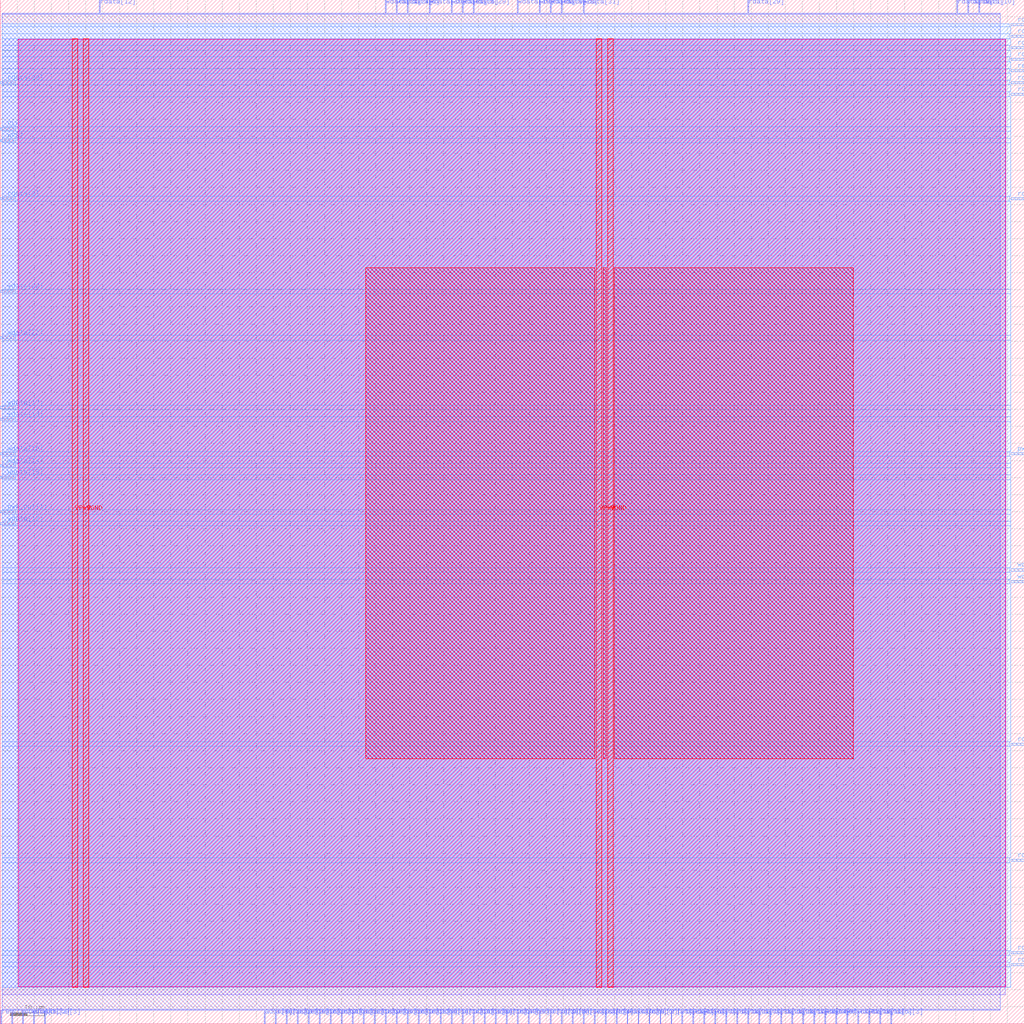
<source format=lef>
VERSION 5.7 ;
  NOWIREEXTENSIONATPIN ON ;
  DIVIDERCHAR "/" ;
  BUSBITCHARS "[]" ;
MACRO pwm_wrapper
  CLASS BLOCK ;
  FOREIGN pwm_wrapper ;
  ORIGIN 0.000 0.000 ;
  SIZE 300.000 BY 300.000 ;
  PIN CLK
    DIRECTION INPUT ;
    USE SIGNAL ;
    ANTENNAGATEAREA 1.286700 ;
    ANTENNADIFFAREA 0.434700 ;
    PORT
      LAYER met3 ;
        RECT 0.000 261.840 4.000 262.440 ;
    END
  END CLK
  PIN VGND
    DIRECTION INOUT ;
    USE GROUND ;
    PORT
      LAYER met4 ;
        RECT 24.340 10.640 25.940 288.560 ;
    END
    PORT
      LAYER met4 ;
        RECT 177.940 10.640 179.540 288.560 ;
    END
  END VGND
  PIN VPWR
    DIRECTION INOUT ;
    USE POWER ;
    PORT
      LAYER met4 ;
        RECT 21.040 10.640 22.640 288.560 ;
    END
    PORT
      LAYER met4 ;
        RECT 174.640 10.640 176.240 288.560 ;
    END
  END VPWR
  PIN addr[0]
    DIRECTION INPUT ;
    USE SIGNAL ;
    ANTENNAGATEAREA 0.631200 ;
    ANTENNADIFFAREA 0.434700 ;
    PORT
      LAYER met2 ;
        RECT 77.370 0.000 77.650 4.000 ;
    END
  END addr[0]
  PIN addr[10]
    DIRECTION INPUT ;
    USE SIGNAL ;
    ANTENNAGATEAREA 0.631200 ;
    ANTENNADIFFAREA 0.434700 ;
    PORT
      LAYER met2 ;
        RECT 119.230 0.000 119.510 4.000 ;
    END
  END addr[10]
  PIN addr[11]
    DIRECTION INPUT ;
    USE SIGNAL ;
    ANTENNAGATEAREA 0.631200 ;
    ANTENNADIFFAREA 0.434700 ;
    PORT
      LAYER met2 ;
        RECT 135.330 0.000 135.610 4.000 ;
    END
  END addr[11]
  PIN addr[12]
    DIRECTION INPUT ;
    USE SIGNAL ;
    ANTENNAGATEAREA 0.631200 ;
    ANTENNADIFFAREA 0.434700 ;
    PORT
      LAYER met2 ;
        RECT 138.550 0.000 138.830 4.000 ;
    END
  END addr[12]
  PIN addr[13]
    DIRECTION INPUT ;
    USE SIGNAL ;
    ANTENNAGATEAREA 0.631200 ;
    ANTENNADIFFAREA 0.434700 ;
    PORT
      LAYER met2 ;
        RECT 122.450 0.000 122.730 4.000 ;
    END
  END addr[13]
  PIN addr[14]
    DIRECTION INPUT ;
    USE SIGNAL ;
    ANTENNAGATEAREA 0.631200 ;
    ANTENNADIFFAREA 0.434700 ;
    PORT
      LAYER met2 ;
        RECT 132.110 0.000 132.390 4.000 ;
    END
  END addr[14]
  PIN addr[15]
    DIRECTION INPUT ;
    USE SIGNAL ;
    ANTENNAGATEAREA 0.631200 ;
    ANTENNADIFFAREA 0.434700 ;
    PORT
      LAYER met2 ;
        RECT 144.990 0.000 145.270 4.000 ;
    END
  END addr[15]
  PIN addr[16]
    DIRECTION INPUT ;
    USE SIGNAL ;
    ANTENNAGATEAREA 0.631200 ;
    ANTENNADIFFAREA 0.434700 ;
    PORT
      LAYER met2 ;
        RECT 90.250 0.000 90.530 4.000 ;
    END
  END addr[16]
  PIN addr[17]
    DIRECTION INPUT ;
    USE SIGNAL ;
    ANTENNAGATEAREA 0.631200 ;
    ANTENNADIFFAREA 0.434700 ;
    PORT
      LAYER met2 ;
        RECT 167.530 0.000 167.810 4.000 ;
    END
  END addr[17]
  PIN addr[18]
    DIRECTION INPUT ;
    USE SIGNAL ;
    ANTENNAGATEAREA 0.631200 ;
    ANTENNADIFFAREA 0.434700 ;
    PORT
      LAYER met2 ;
        RECT 106.350 0.000 106.630 4.000 ;
    END
  END addr[18]
  PIN addr[19]
    DIRECTION INPUT ;
    USE SIGNAL ;
    ANTENNAGATEAREA 0.631200 ;
    ANTENNADIFFAREA 0.434700 ;
    PORT
      LAYER met2 ;
        RECT 87.030 0.000 87.310 4.000 ;
    END
  END addr[19]
  PIN addr[1]
    DIRECTION INPUT ;
    USE SIGNAL ;
    ANTENNAGATEAREA 0.631200 ;
    ANTENNADIFFAREA 0.434700 ;
    PORT
      LAYER met2 ;
        RECT 128.890 0.000 129.170 4.000 ;
    END
  END addr[1]
  PIN addr[20]
    DIRECTION INPUT ;
    USE SIGNAL ;
    ANTENNAGATEAREA 0.631200 ;
    ANTENNADIFFAREA 0.434700 ;
    PORT
      LAYER met2 ;
        RECT 83.810 0.000 84.090 4.000 ;
    END
  END addr[20]
  PIN addr[21]
    DIRECTION INPUT ;
    USE SIGNAL ;
    ANTENNAGATEAREA 0.631200 ;
    ANTENNADIFFAREA 0.434700 ;
    PORT
      LAYER met2 ;
        RECT 193.290 0.000 193.570 4.000 ;
    END
  END addr[21]
  PIN addr[22]
    DIRECTION INPUT ;
    USE SIGNAL ;
    ANTENNAGATEAREA 0.631200 ;
    ANTENNADIFFAREA 0.434700 ;
    PORT
      LAYER met2 ;
        RECT 103.130 0.000 103.410 4.000 ;
    END
  END addr[22]
  PIN addr[23]
    DIRECTION INPUT ;
    USE SIGNAL ;
    ANTENNAGATEAREA 0.631200 ;
    ANTENNADIFFAREA 0.434700 ;
    PORT
      LAYER met2 ;
        RECT 80.590 0.000 80.870 4.000 ;
    END
  END addr[23]
  PIN addr[24]
    DIRECTION INPUT ;
    USE SIGNAL ;
    ANTENNAGATEAREA 0.631200 ;
    ANTENNADIFFAREA 0.434700 ;
    PORT
      LAYER met2 ;
        RECT 148.210 0.000 148.490 4.000 ;
    END
  END addr[24]
  PIN addr[25]
    DIRECTION INPUT ;
    USE SIGNAL ;
    ANTENNAGATEAREA 0.631200 ;
    ANTENNADIFFAREA 0.434700 ;
    PORT
      LAYER met2 ;
        RECT 93.470 0.000 93.750 4.000 ;
    END
  END addr[25]
  PIN addr[26]
    DIRECTION INPUT ;
    USE SIGNAL ;
    ANTENNAGATEAREA 0.631200 ;
    ANTENNADIFFAREA 0.434700 ;
    PORT
      LAYER met2 ;
        RECT 116.010 0.000 116.290 4.000 ;
    END
  END addr[26]
  PIN addr[27]
    DIRECTION INPUT ;
    USE SIGNAL ;
    ANTENNAGATEAREA 0.631200 ;
    ANTENNADIFFAREA 0.434700 ;
    PORT
      LAYER met2 ;
        RECT 112.790 0.000 113.070 4.000 ;
    END
  END addr[27]
  PIN addr[28]
    DIRECTION INPUT ;
    USE SIGNAL ;
    ANTENNAGATEAREA 0.631200 ;
    ANTENNADIFFAREA 0.434700 ;
    PORT
      LAYER met2 ;
        RECT 99.910 0.000 100.190 4.000 ;
    END
  END addr[28]
  PIN addr[29]
    DIRECTION INPUT ;
    USE SIGNAL ;
    ANTENNAGATEAREA 0.631200 ;
    ANTENNADIFFAREA 0.434700 ;
    PORT
      LAYER met2 ;
        RECT 151.430 0.000 151.710 4.000 ;
    END
  END addr[29]
  PIN addr[2]
    DIRECTION INPUT ;
    USE SIGNAL ;
    ANTENNAGATEAREA 0.631200 ;
    ANTENNADIFFAREA 0.434700 ;
    PORT
      LAYER met2 ;
        RECT 190.070 0.000 190.350 4.000 ;
    END
  END addr[2]
  PIN addr[30]
    DIRECTION INPUT ;
    USE SIGNAL ;
    ANTENNAGATEAREA 0.631200 ;
    ANTENNADIFFAREA 0.434700 ;
    PORT
      LAYER met2 ;
        RECT 109.570 0.000 109.850 4.000 ;
    END
  END addr[30]
  PIN addr[31]
    DIRECTION INPUT ;
    USE SIGNAL ;
    ANTENNAGATEAREA 0.631200 ;
    ANTENNADIFFAREA 0.434700 ;
    PORT
      LAYER met2 ;
        RECT 96.690 0.000 96.970 4.000 ;
    END
  END addr[31]
  PIN addr[3]
    DIRECTION INPUT ;
    USE SIGNAL ;
    ANTENNAGATEAREA 0.631200 ;
    ANTENNADIFFAREA 0.434700 ;
    PORT
      LAYER met2 ;
        RECT 161.090 0.000 161.370 4.000 ;
    END
  END addr[3]
  PIN addr[4]
    DIRECTION INPUT ;
    USE SIGNAL ;
    ANTENNAGATEAREA 0.631200 ;
    ANTENNADIFFAREA 0.434700 ;
    PORT
      LAYER met2 ;
        RECT 177.190 0.000 177.470 4.000 ;
    END
  END addr[4]
  PIN addr[5]
    DIRECTION INPUT ;
    USE SIGNAL ;
    ANTENNAGATEAREA 0.631200 ;
    ANTENNADIFFAREA 0.434700 ;
    PORT
      LAYER met2 ;
        RECT 186.850 0.000 187.130 4.000 ;
    END
  END addr[5]
  PIN addr[6]
    DIRECTION INPUT ;
    USE SIGNAL ;
    ANTENNAGATEAREA 0.631200 ;
    ANTENNADIFFAREA 0.434700 ;
    PORT
      LAYER met2 ;
        RECT 164.310 0.000 164.590 4.000 ;
    END
  END addr[6]
  PIN addr[7]
    DIRECTION INPUT ;
    USE SIGNAL ;
    ANTENNAGATEAREA 0.631200 ;
    ANTENNADIFFAREA 0.434700 ;
    PORT
      LAYER met2 ;
        RECT 157.870 0.000 158.150 4.000 ;
    END
  END addr[7]
  PIN addr[8]
    DIRECTION INPUT ;
    USE SIGNAL ;
    ANTENNAGATEAREA 0.631200 ;
    ANTENNADIFFAREA 0.434700 ;
    PORT
      LAYER met2 ;
        RECT 141.770 0.000 142.050 4.000 ;
    END
  END addr[8]
  PIN addr[9]
    DIRECTION INPUT ;
    USE SIGNAL ;
    ANTENNAGATEAREA 0.631200 ;
    ANTENNADIFFAREA 0.434700 ;
    PORT
      LAYER met2 ;
        RECT 125.670 0.000 125.950 4.000 ;
    END
  END addr[9]
  PIN error
    DIRECTION OUTPUT ;
    USE SIGNAL ;
    PORT
      LAYER met2 ;
        RECT 244.810 0.000 245.090 4.000 ;
    END
  END error
  PIN nRST
    DIRECTION INPUT ;
    USE SIGNAL ;
    ANTENNAGATEAREA 0.631200 ;
    ANTENNADIFFAREA 0.434700 ;
    PORT
      LAYER met3 ;
        RECT 0.000 258.440 4.000 259.040 ;
    END
  END nRST
  PIN pwm_out[0]
    DIRECTION OUTPUT ;
    USE SIGNAL ;
    ANTENNADIFFAREA 0.445500 ;
    PORT
      LAYER met3 ;
        RECT 296.000 166.640 300.000 167.240 ;
    END
  END pwm_out[0]
  PIN pwm_out[1]
    DIRECTION OUTPUT ;
    USE SIGNAL ;
    ANTENNADIFFAREA 0.445500 ;
    PORT
      LAYER met3 ;
        RECT 0.000 149.640 4.000 150.240 ;
    END
  END pwm_out[1]
  PIN rdata[0]
    DIRECTION OUTPUT ;
    USE SIGNAL ;
    PORT
      LAYER met3 ;
        RECT 296.000 20.440 300.000 21.040 ;
    END
  END rdata[0]
  PIN rdata[10]
    DIRECTION OUTPUT ;
    USE SIGNAL ;
    PORT
      LAYER met2 ;
        RECT 286.670 296.000 286.950 300.000 ;
    END
  END rdata[10]
  PIN rdata[11]
    DIRECTION OUTPUT ;
    USE SIGNAL ;
    PORT
      LAYER met3 ;
        RECT 296.000 292.440 300.000 293.040 ;
    END
  END rdata[11]
  PIN rdata[12]
    DIRECTION OUTPUT ;
    USE SIGNAL ;
    PORT
      LAYER met2 ;
        RECT 29.070 296.000 29.350 300.000 ;
    END
  END rdata[12]
  PIN rdata[13]
    DIRECTION OUTPUT ;
    USE SIGNAL ;
    PORT
      LAYER met3 ;
        RECT 296.000 47.640 300.000 48.240 ;
    END
  END rdata[13]
  PIN rdata[14]
    DIRECTION OUTPUT ;
    USE SIGNAL ;
    PORT
      LAYER met2 ;
        RECT 238.370 0.000 238.650 4.000 ;
    END
  END rdata[14]
  PIN rdata[15]
    DIRECTION OUTPUT ;
    USE SIGNAL ;
    PORT
      LAYER met2 ;
        RECT 222.270 0.000 222.550 4.000 ;
    END
  END rdata[15]
  PIN rdata[16]
    DIRECTION OUTPUT ;
    USE SIGNAL ;
    PORT
      LAYER met3 ;
        RECT 296.000 282.240 300.000 282.840 ;
    END
  END rdata[16]
  PIN rdata[17]
    DIRECTION OUTPUT ;
    USE SIGNAL ;
    PORT
      LAYER met2 ;
        RECT 231.930 0.000 232.210 4.000 ;
    END
  END rdata[17]
  PIN rdata[18]
    DIRECTION OUTPUT ;
    USE SIGNAL ;
    PORT
      LAYER met2 ;
        RECT 212.610 0.000 212.890 4.000 ;
    END
  END rdata[18]
  PIN rdata[19]
    DIRECTION OUTPUT ;
    USE SIGNAL ;
    PORT
      LAYER met2 ;
        RECT 280.230 296.000 280.510 300.000 ;
    END
  END rdata[19]
  PIN rdata[1]
    DIRECTION OUTPUT ;
    USE SIGNAL ;
    PORT
      LAYER met2 ;
        RECT 199.730 0.000 200.010 4.000 ;
    END
  END rdata[1]
  PIN rdata[20]
    DIRECTION OUTPUT ;
    USE SIGNAL ;
    PORT
      LAYER met2 ;
        RECT 235.150 0.000 235.430 4.000 ;
    END
  END rdata[20]
  PIN rdata[21]
    DIRECTION OUTPUT ;
    USE SIGNAL ;
    PORT
      LAYER met2 ;
        RECT 283.450 296.000 283.730 300.000 ;
    END
  END rdata[21]
  PIN rdata[22]
    DIRECTION OUTPUT ;
    USE SIGNAL ;
    PORT
      LAYER met3 ;
        RECT 0.000 275.440 4.000 276.040 ;
    END
  END rdata[22]
  PIN rdata[23]
    DIRECTION OUTPUT ;
    USE SIGNAL ;
    PORT
      LAYER met2 ;
        RECT 196.510 0.000 196.790 4.000 ;
    END
  END rdata[23]
  PIN rdata[24]
    DIRECTION OUTPUT ;
    USE SIGNAL ;
    PORT
      LAYER met3 ;
        RECT 296.000 289.040 300.000 289.640 ;
    END
  END rdata[24]
  PIN rdata[25]
    DIRECTION OUTPUT ;
    USE SIGNAL ;
    PORT
      LAYER met3 ;
        RECT 296.000 272.040 300.000 272.640 ;
    END
  END rdata[25]
  PIN rdata[26]
    DIRECTION OUTPUT ;
    USE SIGNAL ;
    PORT
      LAYER met2 ;
        RECT 225.490 0.000 225.770 4.000 ;
    END
  END rdata[26]
  PIN rdata[27]
    DIRECTION OUTPUT ;
    USE SIGNAL ;
    PORT
      LAYER met2 ;
        RECT 215.830 0.000 216.110 4.000 ;
    END
  END rdata[27]
  PIN rdata[28]
    DIRECTION OUTPUT ;
    USE SIGNAL ;
    PORT
      LAYER met2 ;
        RECT 228.710 0.000 228.990 4.000 ;
    END
  END rdata[28]
  PIN rdata[29]
    DIRECTION OUTPUT ;
    USE SIGNAL ;
    PORT
      LAYER met2 ;
        RECT 219.050 296.000 219.330 300.000 ;
    END
  END rdata[29]
  PIN rdata[2]
    DIRECTION OUTPUT ;
    USE SIGNAL ;
    PORT
      LAYER met3 ;
        RECT 0.000 241.440 4.000 242.040 ;
    END
  END rdata[2]
  PIN rdata[30]
    DIRECTION OUTPUT ;
    USE SIGNAL ;
    PORT
      LAYER met3 ;
        RECT 296.000 285.640 300.000 286.240 ;
    END
  END rdata[30]
  PIN rdata[31]
    DIRECTION OUTPUT ;
    USE SIGNAL ;
    PORT
      LAYER met3 ;
        RECT 296.000 17.040 300.000 17.640 ;
    END
  END rdata[31]
  PIN rdata[3]
    DIRECTION OUTPUT ;
    USE SIGNAL ;
    PORT
      LAYER met2 ;
        RECT 260.910 0.000 261.190 4.000 ;
    END
  END rdata[3]
  PIN rdata[4]
    DIRECTION OUTPUT ;
    USE SIGNAL ;
    PORT
      LAYER met3 ;
        RECT 296.000 81.640 300.000 82.240 ;
    END
  END rdata[4]
  PIN rdata[5]
    DIRECTION OUTPUT ;
    USE SIGNAL ;
    PORT
      LAYER met2 ;
        RECT 257.690 0.000 257.970 4.000 ;
    END
  END rdata[5]
  PIN rdata[6]
    DIRECTION OUTPUT ;
    USE SIGNAL ;
    PORT
      LAYER met2 ;
        RECT 119.230 296.000 119.510 300.000 ;
    END
  END rdata[6]
  PIN rdata[7]
    DIRECTION OUTPUT ;
    USE SIGNAL ;
    PORT
      LAYER met2 ;
        RECT 219.050 0.000 219.330 4.000 ;
    END
  END rdata[7]
  PIN rdata[8]
    DIRECTION OUTPUT ;
    USE SIGNAL ;
    PORT
      LAYER met3 ;
        RECT 296.000 241.440 300.000 242.040 ;
    END
  END rdata[8]
  PIN rdata[9]
    DIRECTION OUTPUT ;
    USE SIGNAL ;
    PORT
      LAYER met3 ;
        RECT 296.000 275.440 300.000 276.040 ;
    END
  END rdata[9]
  PIN ren
    DIRECTION INPUT ;
    USE SIGNAL ;
    PORT
      LAYER met2 ;
        RECT 0.090 0.000 0.370 4.000 ;
    END
  END ren
  PIN request_stall
    DIRECTION OUTPUT ;
    USE SIGNAL ;
    PORT
      LAYER met3 ;
        RECT 296.000 278.840 300.000 279.440 ;
    END
  END request_stall
  PIN strobe[0]
    DIRECTION INPUT ;
    USE SIGNAL ;
    PORT
      LAYER met2 ;
        RECT 3.310 0.000 3.590 4.000 ;
    END
  END strobe[0]
  PIN strobe[1]
    DIRECTION INPUT ;
    USE SIGNAL ;
    PORT
      LAYER met2 ;
        RECT 6.530 0.000 6.810 4.000 ;
    END
  END strobe[1]
  PIN strobe[2]
    DIRECTION INPUT ;
    USE SIGNAL ;
    PORT
      LAYER met2 ;
        RECT 9.750 0.000 10.030 4.000 ;
    END
  END strobe[2]
  PIN strobe[3]
    DIRECTION INPUT ;
    USE SIGNAL ;
    PORT
      LAYER met2 ;
        RECT 12.970 0.000 13.250 4.000 ;
    END
  END strobe[3]
  PIN wdata[0]
    DIRECTION INPUT ;
    USE SIGNAL ;
    ANTENNAGATEAREA 0.593700 ;
    ANTENNADIFFAREA 0.434700 ;
    PORT
      LAYER met3 ;
        RECT 296.000 132.640 300.000 133.240 ;
    END
  END wdata[0]
  PIN wdata[10]
    DIRECTION INPUT ;
    USE SIGNAL ;
    ANTENNAGATEAREA 0.593700 ;
    ANTENNADIFFAREA 0.434700 ;
    PORT
      LAYER met2 ;
        RECT 251.250 0.000 251.530 4.000 ;
    END
  END wdata[10]
  PIN wdata[11]
    DIRECTION INPUT ;
    USE SIGNAL ;
    ANTENNAGATEAREA 0.593700 ;
    ANTENNADIFFAREA 0.434700 ;
    PORT
      LAYER met2 ;
        RECT 254.470 0.000 254.750 4.000 ;
    END
  END wdata[11]
  PIN wdata[12]
    DIRECTION INPUT ;
    USE SIGNAL ;
    ANTENNAGATEAREA 0.593700 ;
    ANTENNADIFFAREA 0.434700 ;
    PORT
      LAYER met2 ;
        RECT 248.030 0.000 248.310 4.000 ;
    END
  END wdata[12]
  PIN wdata[13]
    DIRECTION INPUT ;
    USE SIGNAL ;
    ANTENNAGATEAREA 0.647700 ;
    ANTENNADIFFAREA 0.434700 ;
    PORT
      LAYER met3 ;
        RECT 0.000 146.240 4.000 146.840 ;
    END
  END wdata[13]
  PIN wdata[14]
    DIRECTION INPUT ;
    USE SIGNAL ;
    ANTENNAGATEAREA 0.647700 ;
    ANTENNADIFFAREA 0.434700 ;
    PORT
      LAYER met3 ;
        RECT 0.000 163.240 4.000 163.840 ;
    END
  END wdata[14]
  PIN wdata[15]
    DIRECTION INPUT ;
    USE SIGNAL ;
    ANTENNAGATEAREA 0.647700 ;
    ANTENNADIFFAREA 0.434700 ;
    PORT
      LAYER met3 ;
        RECT 0.000 159.840 4.000 160.440 ;
    END
  END wdata[15]
  PIN wdata[16]
    DIRECTION INPUT ;
    USE SIGNAL ;
    ANTENNAGATEAREA 0.647700 ;
    ANTENNADIFFAREA 0.434700 ;
    PORT
      LAYER met3 ;
        RECT 0.000 166.640 4.000 167.240 ;
    END
  END wdata[16]
  PIN wdata[17]
    DIRECTION INPUT ;
    USE SIGNAL ;
    ANTENNAGATEAREA 0.647700 ;
    ANTENNADIFFAREA 0.434700 ;
    PORT
      LAYER met3 ;
        RECT 0.000 180.240 4.000 180.840 ;
    END
  END wdata[17]
  PIN wdata[18]
    DIRECTION INPUT ;
    USE SIGNAL ;
    ANTENNAGATEAREA 0.647700 ;
    ANTENNADIFFAREA 0.434700 ;
    PORT
      LAYER met3 ;
        RECT 0.000 176.840 4.000 177.440 ;
    END
  END wdata[18]
  PIN wdata[19]
    DIRECTION INPUT ;
    USE SIGNAL ;
    ANTENNAGATEAREA 0.647700 ;
    ANTENNADIFFAREA 0.434700 ;
    PORT
      LAYER met2 ;
        RECT 151.430 296.000 151.710 300.000 ;
    END
  END wdata[19]
  PIN wdata[1]
    DIRECTION INPUT ;
    USE SIGNAL ;
    ANTENNAGATEAREA 0.593700 ;
    ANTENNADIFFAREA 0.434700 ;
    PORT
      LAYER met3 ;
        RECT 296.000 129.240 300.000 129.840 ;
    END
  END wdata[1]
  PIN wdata[20]
    DIRECTION INPUT ;
    USE SIGNAL ;
    ANTENNAGATEAREA 0.647700 ;
    ANTENNADIFFAREA 0.434700 ;
    PORT
      LAYER met2 ;
        RECT 161.090 296.000 161.370 300.000 ;
    END
  END wdata[20]
  PIN wdata[21]
    DIRECTION INPUT ;
    USE SIGNAL ;
    ANTENNAGATEAREA 0.647700 ;
    ANTENNADIFFAREA 0.434700 ;
    PORT
      LAYER met2 ;
        RECT 132.110 296.000 132.390 300.000 ;
    END
  END wdata[21]
  PIN wdata[22]
    DIRECTION INPUT ;
    USE SIGNAL ;
    ANTENNAGATEAREA 0.647700 ;
    ANTENNADIFFAREA 0.434700 ;
    PORT
      LAYER met3 ;
        RECT 0.000 214.240 4.000 214.840 ;
    END
  END wdata[22]
  PIN wdata[23]
    DIRECTION INPUT ;
    USE SIGNAL ;
    ANTENNAGATEAREA 0.647700 ;
    ANTENNADIFFAREA 0.434700 ;
    PORT
      LAYER met3 ;
        RECT 0.000 200.640 4.000 201.240 ;
    END
  END wdata[23]
  PIN wdata[24]
    DIRECTION INPUT ;
    USE SIGNAL ;
    ANTENNAGATEAREA 0.647700 ;
    ANTENNADIFFAREA 0.434700 ;
    PORT
      LAYER met2 ;
        RECT 116.010 296.000 116.290 300.000 ;
    END
  END wdata[24]
  PIN wdata[25]
    DIRECTION INPUT ;
    USE SIGNAL ;
    ANTENNAGATEAREA 0.647700 ;
    ANTENNADIFFAREA 0.434700 ;
    PORT
      LAYER met2 ;
        RECT 157.870 296.000 158.150 300.000 ;
    END
  END wdata[25]
  PIN wdata[26]
    DIRECTION INPUT ;
    USE SIGNAL ;
    ANTENNAGATEAREA 0.647700 ;
    ANTENNADIFFAREA 0.434700 ;
    PORT
      LAYER met2 ;
        RECT 135.330 296.000 135.610 300.000 ;
    END
  END wdata[26]
  PIN wdata[27]
    DIRECTION INPUT ;
    USE SIGNAL ;
    ANTENNAGATEAREA 0.647700 ;
    ANTENNADIFFAREA 0.434700 ;
    PORT
      LAYER met2 ;
        RECT 112.790 296.000 113.070 300.000 ;
    END
  END wdata[27]
  PIN wdata[28]
    DIRECTION INPUT ;
    USE SIGNAL ;
    ANTENNAGATEAREA 0.647700 ;
    ANTENNADIFFAREA 0.434700 ;
    PORT
      LAYER met2 ;
        RECT 164.310 296.000 164.590 300.000 ;
    END
  END wdata[28]
  PIN wdata[29]
    DIRECTION INPUT ;
    USE SIGNAL ;
    ANTENNAGATEAREA 0.647700 ;
    ANTENNADIFFAREA 0.434700 ;
    PORT
      LAYER met2 ;
        RECT 138.550 296.000 138.830 300.000 ;
    END
  END wdata[29]
  PIN wdata[2]
    DIRECTION INPUT ;
    USE SIGNAL ;
    ANTENNAGATEAREA 0.647700 ;
    ANTENNADIFFAREA 0.434700 ;
    PORT
      LAYER met2 ;
        RECT 173.970 0.000 174.250 4.000 ;
    END
  END wdata[2]
  PIN wdata[30]
    DIRECTION INPUT ;
    USE SIGNAL ;
    ANTENNAGATEAREA 0.647700 ;
    ANTENNADIFFAREA 0.434700 ;
    PORT
      LAYER met2 ;
        RECT 125.670 296.000 125.950 300.000 ;
    END
  END wdata[30]
  PIN wdata[31]
    DIRECTION INPUT ;
    USE SIGNAL ;
    ANTENNAGATEAREA 0.647700 ;
    ANTENNADIFFAREA 0.434700 ;
    PORT
      LAYER met2 ;
        RECT 170.750 296.000 171.030 300.000 ;
    END
  END wdata[31]
  PIN wdata[3]
    DIRECTION INPUT ;
    USE SIGNAL ;
    ANTENNAGATEAREA 0.647700 ;
    ANTENNADIFFAREA 0.434700 ;
    PORT
      LAYER met2 ;
        RECT 170.750 0.000 171.030 4.000 ;
    END
  END wdata[3]
  PIN wdata[4]
    DIRECTION INPUT ;
    USE SIGNAL ;
    ANTENNAGATEAREA 0.647700 ;
    ANTENNADIFFAREA 0.434700 ;
    PORT
      LAYER met2 ;
        RECT 180.410 0.000 180.690 4.000 ;
    END
  END wdata[4]
  PIN wdata[5]
    DIRECTION INPUT ;
    USE SIGNAL ;
    ANTENNAGATEAREA 0.647700 ;
    ANTENNADIFFAREA 0.434700 ;
    PORT
      LAYER met2 ;
        RECT 202.950 0.000 203.230 4.000 ;
    END
  END wdata[5]
  PIN wdata[6]
    DIRECTION INPUT ;
    USE SIGNAL ;
    ANTENNAGATEAREA 0.647700 ;
    ANTENNADIFFAREA 0.434700 ;
    PORT
      LAYER met2 ;
        RECT 183.630 0.000 183.910 4.000 ;
    END
  END wdata[6]
  PIN wdata[7]
    DIRECTION INPUT ;
    USE SIGNAL ;
    ANTENNAGATEAREA 0.647700 ;
    ANTENNADIFFAREA 0.434700 ;
    PORT
      LAYER met2 ;
        RECT 206.170 0.000 206.450 4.000 ;
    END
  END wdata[7]
  PIN wdata[8]
    DIRECTION INPUT ;
    USE SIGNAL ;
    ANTENNAGATEAREA 0.647700 ;
    ANTENNADIFFAREA 0.434700 ;
    PORT
      LAYER met2 ;
        RECT 209.390 0.000 209.670 4.000 ;
    END
  END wdata[8]
  PIN wdata[9]
    DIRECTION INPUT ;
    USE SIGNAL ;
    ANTENNAGATEAREA 0.593700 ;
    ANTENNADIFFAREA 0.434700 ;
    PORT
      LAYER met2 ;
        RECT 241.590 0.000 241.870 4.000 ;
    END
  END wdata[9]
  PIN wen
    DIRECTION INPUT ;
    USE SIGNAL ;
    ANTENNAGATEAREA 0.631200 ;
    ANTENNADIFFAREA 0.434700 ;
    PORT
      LAYER met2 ;
        RECT 154.650 0.000 154.930 4.000 ;
    END
  END wen
  OBS
      LAYER nwell ;
        RECT 5.330 10.795 294.590 288.405 ;
      LAYER li1 ;
        RECT 5.520 10.795 294.400 288.405 ;
      LAYER met1 ;
        RECT 0.530 8.540 294.400 288.560 ;
      LAYER met2 ;
        RECT 0.550 295.720 28.790 296.000 ;
        RECT 29.630 295.720 112.510 296.000 ;
        RECT 113.350 295.720 115.730 296.000 ;
        RECT 116.570 295.720 118.950 296.000 ;
        RECT 119.790 295.720 125.390 296.000 ;
        RECT 126.230 295.720 131.830 296.000 ;
        RECT 132.670 295.720 135.050 296.000 ;
        RECT 135.890 295.720 138.270 296.000 ;
        RECT 139.110 295.720 151.150 296.000 ;
        RECT 151.990 295.720 157.590 296.000 ;
        RECT 158.430 295.720 160.810 296.000 ;
        RECT 161.650 295.720 164.030 296.000 ;
        RECT 164.870 295.720 170.470 296.000 ;
        RECT 171.310 295.720 218.770 296.000 ;
        RECT 219.610 295.720 279.950 296.000 ;
        RECT 280.790 295.720 283.170 296.000 ;
        RECT 284.010 295.720 286.390 296.000 ;
        RECT 287.230 295.720 292.930 296.000 ;
        RECT 0.550 4.280 292.930 295.720 ;
        RECT 0.650 4.000 3.030 4.280 ;
        RECT 3.870 4.000 6.250 4.280 ;
        RECT 7.090 4.000 9.470 4.280 ;
        RECT 10.310 4.000 12.690 4.280 ;
        RECT 13.530 4.000 77.090 4.280 ;
        RECT 77.930 4.000 80.310 4.280 ;
        RECT 81.150 4.000 83.530 4.280 ;
        RECT 84.370 4.000 86.750 4.280 ;
        RECT 87.590 4.000 89.970 4.280 ;
        RECT 90.810 4.000 93.190 4.280 ;
        RECT 94.030 4.000 96.410 4.280 ;
        RECT 97.250 4.000 99.630 4.280 ;
        RECT 100.470 4.000 102.850 4.280 ;
        RECT 103.690 4.000 106.070 4.280 ;
        RECT 106.910 4.000 109.290 4.280 ;
        RECT 110.130 4.000 112.510 4.280 ;
        RECT 113.350 4.000 115.730 4.280 ;
        RECT 116.570 4.000 118.950 4.280 ;
        RECT 119.790 4.000 122.170 4.280 ;
        RECT 123.010 4.000 125.390 4.280 ;
        RECT 126.230 4.000 128.610 4.280 ;
        RECT 129.450 4.000 131.830 4.280 ;
        RECT 132.670 4.000 135.050 4.280 ;
        RECT 135.890 4.000 138.270 4.280 ;
        RECT 139.110 4.000 141.490 4.280 ;
        RECT 142.330 4.000 144.710 4.280 ;
        RECT 145.550 4.000 147.930 4.280 ;
        RECT 148.770 4.000 151.150 4.280 ;
        RECT 151.990 4.000 154.370 4.280 ;
        RECT 155.210 4.000 157.590 4.280 ;
        RECT 158.430 4.000 160.810 4.280 ;
        RECT 161.650 4.000 164.030 4.280 ;
        RECT 164.870 4.000 167.250 4.280 ;
        RECT 168.090 4.000 170.470 4.280 ;
        RECT 171.310 4.000 173.690 4.280 ;
        RECT 174.530 4.000 176.910 4.280 ;
        RECT 177.750 4.000 180.130 4.280 ;
        RECT 180.970 4.000 183.350 4.280 ;
        RECT 184.190 4.000 186.570 4.280 ;
        RECT 187.410 4.000 189.790 4.280 ;
        RECT 190.630 4.000 193.010 4.280 ;
        RECT 193.850 4.000 196.230 4.280 ;
        RECT 197.070 4.000 199.450 4.280 ;
        RECT 200.290 4.000 202.670 4.280 ;
        RECT 203.510 4.000 205.890 4.280 ;
        RECT 206.730 4.000 209.110 4.280 ;
        RECT 209.950 4.000 212.330 4.280 ;
        RECT 213.170 4.000 215.550 4.280 ;
        RECT 216.390 4.000 218.770 4.280 ;
        RECT 219.610 4.000 221.990 4.280 ;
        RECT 222.830 4.000 225.210 4.280 ;
        RECT 226.050 4.000 228.430 4.280 ;
        RECT 229.270 4.000 231.650 4.280 ;
        RECT 232.490 4.000 234.870 4.280 ;
        RECT 235.710 4.000 238.090 4.280 ;
        RECT 238.930 4.000 241.310 4.280 ;
        RECT 242.150 4.000 244.530 4.280 ;
        RECT 245.370 4.000 247.750 4.280 ;
        RECT 248.590 4.000 250.970 4.280 ;
        RECT 251.810 4.000 254.190 4.280 ;
        RECT 255.030 4.000 257.410 4.280 ;
        RECT 258.250 4.000 260.630 4.280 ;
        RECT 261.470 4.000 292.930 4.280 ;
      LAYER met3 ;
        RECT 0.525 292.040 295.600 292.905 ;
        RECT 0.525 290.040 296.000 292.040 ;
        RECT 0.525 288.640 295.600 290.040 ;
        RECT 0.525 286.640 296.000 288.640 ;
        RECT 0.525 285.240 295.600 286.640 ;
        RECT 0.525 283.240 296.000 285.240 ;
        RECT 0.525 281.840 295.600 283.240 ;
        RECT 0.525 279.840 296.000 281.840 ;
        RECT 0.525 278.440 295.600 279.840 ;
        RECT 0.525 276.440 296.000 278.440 ;
        RECT 4.400 275.040 295.600 276.440 ;
        RECT 0.525 273.040 296.000 275.040 ;
        RECT 0.525 271.640 295.600 273.040 ;
        RECT 0.525 262.840 296.000 271.640 ;
        RECT 4.400 261.440 296.000 262.840 ;
        RECT 0.525 259.440 296.000 261.440 ;
        RECT 4.400 258.040 296.000 259.440 ;
        RECT 0.525 242.440 296.000 258.040 ;
        RECT 4.400 241.040 295.600 242.440 ;
        RECT 0.525 215.240 296.000 241.040 ;
        RECT 4.400 213.840 296.000 215.240 ;
        RECT 0.525 201.640 296.000 213.840 ;
        RECT 4.400 200.240 296.000 201.640 ;
        RECT 0.525 181.240 296.000 200.240 ;
        RECT 4.400 179.840 296.000 181.240 ;
        RECT 0.525 177.840 296.000 179.840 ;
        RECT 4.400 176.440 296.000 177.840 ;
        RECT 0.525 167.640 296.000 176.440 ;
        RECT 4.400 166.240 295.600 167.640 ;
        RECT 0.525 164.240 296.000 166.240 ;
        RECT 4.400 162.840 296.000 164.240 ;
        RECT 0.525 160.840 296.000 162.840 ;
        RECT 4.400 159.440 296.000 160.840 ;
        RECT 0.525 150.640 296.000 159.440 ;
        RECT 4.400 149.240 296.000 150.640 ;
        RECT 0.525 147.240 296.000 149.240 ;
        RECT 4.400 145.840 296.000 147.240 ;
        RECT 0.525 133.640 296.000 145.840 ;
        RECT 0.525 132.240 295.600 133.640 ;
        RECT 0.525 130.240 296.000 132.240 ;
        RECT 0.525 128.840 295.600 130.240 ;
        RECT 0.525 82.640 296.000 128.840 ;
        RECT 0.525 81.240 295.600 82.640 ;
        RECT 0.525 48.640 296.000 81.240 ;
        RECT 0.525 47.240 295.600 48.640 ;
        RECT 0.525 21.440 296.000 47.240 ;
        RECT 0.525 20.040 295.600 21.440 ;
        RECT 0.525 18.040 296.000 20.040 ;
        RECT 0.525 16.640 295.600 18.040 ;
        RECT 0.525 10.715 296.000 16.640 ;
      LAYER met4 ;
        RECT 107.015 77.695 174.240 221.505 ;
        RECT 176.640 77.695 177.540 221.505 ;
        RECT 179.940 77.695 249.945 221.505 ;
  END
END pwm_wrapper
END LIBRARY


</source>
